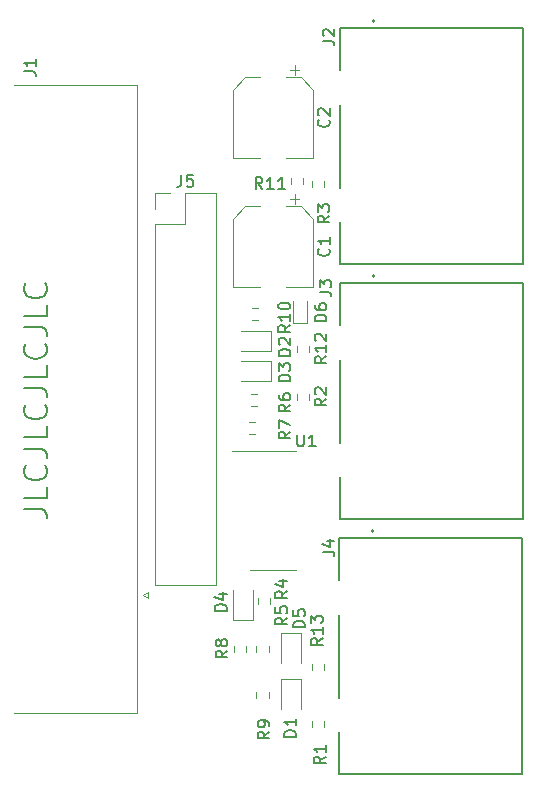
<source format=gbr>
%TF.GenerationSoftware,KiCad,Pcbnew,(5.1.10-1-10_14)*%
%TF.CreationDate,2021-11-16T12:10:24+01:00*%
%TF.ProjectId,Atari Export,41746172-6920-4457-9870-6f72742e6b69,rev?*%
%TF.SameCoordinates,Original*%
%TF.FileFunction,Legend,Top*%
%TF.FilePolarity,Positive*%
%FSLAX46Y46*%
G04 Gerber Fmt 4.6, Leading zero omitted, Abs format (unit mm)*
G04 Created by KiCad (PCBNEW (5.1.10-1-10_14)) date 2021-11-16 12:10:24*
%MOMM*%
%LPD*%
G01*
G04 APERTURE LIST*
%ADD10C,0.200000*%
%ADD11C,0.120000*%
%ADD12C,0.127000*%
%ADD13C,0.150000*%
G04 APERTURE END LIST*
D10*
X90154761Y-85988095D02*
X91583333Y-85988095D01*
X91869047Y-86083333D01*
X92059523Y-86273809D01*
X92154761Y-86559523D01*
X92154761Y-86750000D01*
X92154761Y-84083333D02*
X92154761Y-85035714D01*
X90154761Y-85035714D01*
X91964285Y-82273809D02*
X92059523Y-82369047D01*
X92154761Y-82654761D01*
X92154761Y-82845238D01*
X92059523Y-83130952D01*
X91869047Y-83321428D01*
X91678571Y-83416666D01*
X91297619Y-83511904D01*
X91011904Y-83511904D01*
X90630952Y-83416666D01*
X90440476Y-83321428D01*
X90250000Y-83130952D01*
X90154761Y-82845238D01*
X90154761Y-82654761D01*
X90250000Y-82369047D01*
X90345238Y-82273809D01*
X90154761Y-80845238D02*
X91583333Y-80845238D01*
X91869047Y-80940476D01*
X92059523Y-81130952D01*
X92154761Y-81416666D01*
X92154761Y-81607142D01*
X92154761Y-78940476D02*
X92154761Y-79892857D01*
X90154761Y-79892857D01*
X91964285Y-77130952D02*
X92059523Y-77226190D01*
X92154761Y-77511904D01*
X92154761Y-77702380D01*
X92059523Y-77988095D01*
X91869047Y-78178571D01*
X91678571Y-78273809D01*
X91297619Y-78369047D01*
X91011904Y-78369047D01*
X90630952Y-78273809D01*
X90440476Y-78178571D01*
X90250000Y-77988095D01*
X90154761Y-77702380D01*
X90154761Y-77511904D01*
X90250000Y-77226190D01*
X90345238Y-77130952D01*
X90154761Y-75702380D02*
X91583333Y-75702380D01*
X91869047Y-75797619D01*
X92059523Y-75988095D01*
X92154761Y-76273809D01*
X92154761Y-76464285D01*
X92154761Y-73797619D02*
X92154761Y-74750000D01*
X90154761Y-74750000D01*
X91964285Y-71988095D02*
X92059523Y-72083333D01*
X92154761Y-72369047D01*
X92154761Y-72559523D01*
X92059523Y-72845238D01*
X91869047Y-73035714D01*
X91678571Y-73130952D01*
X91297619Y-73226190D01*
X91011904Y-73226190D01*
X90630952Y-73130952D01*
X90440476Y-73035714D01*
X90250000Y-72845238D01*
X90154761Y-72559523D01*
X90154761Y-72369047D01*
X90250000Y-72083333D01*
X90345238Y-71988095D01*
X90154761Y-70559523D02*
X91583333Y-70559523D01*
X91869047Y-70654761D01*
X92059523Y-70845238D01*
X92154761Y-71130952D01*
X92154761Y-71321428D01*
X92154761Y-68654761D02*
X92154761Y-69607142D01*
X90154761Y-69607142D01*
X91964285Y-66845238D02*
X92059523Y-66940476D01*
X92154761Y-67226190D01*
X92154761Y-67416666D01*
X92059523Y-67702380D01*
X91869047Y-67892857D01*
X91678571Y-67988095D01*
X91297619Y-68083333D01*
X91011904Y-68083333D01*
X90630952Y-67988095D01*
X90440476Y-67892857D01*
X90250000Y-67702380D01*
X90154761Y-67416666D01*
X90154761Y-67226190D01*
X90250000Y-66940476D01*
X90345238Y-66845238D01*
D11*
%TO.C,C2*%
X107842000Y-56242000D02*
X110192000Y-56242000D01*
X114662000Y-56242000D02*
X112312000Y-56242000D01*
X114662000Y-50486437D02*
X114662000Y-56242000D01*
X107842000Y-50486437D02*
X107842000Y-56242000D01*
X108906437Y-49422000D02*
X110192000Y-49422000D01*
X113597563Y-49422000D02*
X112312000Y-49422000D01*
X113597563Y-49422000D02*
X114662000Y-50486437D01*
X108906437Y-49422000D02*
X107842000Y-50486437D01*
X113099500Y-48394500D02*
X113099500Y-49182000D01*
X113493250Y-48788250D02*
X112705750Y-48788250D01*
%TO.C,C1*%
X107842000Y-67164000D02*
X110192000Y-67164000D01*
X114662000Y-67164000D02*
X112312000Y-67164000D01*
X114662000Y-61408437D02*
X114662000Y-67164000D01*
X107842000Y-61408437D02*
X107842000Y-67164000D01*
X108906437Y-60344000D02*
X110192000Y-60344000D01*
X113597563Y-60344000D02*
X112312000Y-60344000D01*
X113597563Y-60344000D02*
X114662000Y-61408437D01*
X108906437Y-60344000D02*
X107842000Y-61408437D01*
X113099500Y-59316500D02*
X113099500Y-60104000D01*
X113493250Y-59710250D02*
X112705750Y-59710250D01*
%TO.C,J1*%
X100221325Y-93250000D02*
X100654338Y-93000000D01*
X100654338Y-93500000D02*
X100221325Y-93250000D01*
X100654338Y-93000000D02*
X100654338Y-93500000D01*
X99760000Y-103240000D02*
X89280000Y-103240000D01*
X99760000Y-50020000D02*
X99760000Y-103240000D01*
X89280000Y-50020000D02*
X99760000Y-50020000D01*
%TO.C,J5*%
X101235200Y-59223600D02*
X102565200Y-59223600D01*
X101235200Y-60553600D02*
X101235200Y-59223600D01*
X103835200Y-59223600D02*
X106435200Y-59223600D01*
X103835200Y-61823600D02*
X103835200Y-59223600D01*
X101235200Y-61823600D02*
X103835200Y-61823600D01*
X106435200Y-59223600D02*
X106435200Y-92363600D01*
X101235200Y-61823600D02*
X101235200Y-92363600D01*
X101235200Y-92363600D02*
X106435200Y-92363600D01*
%TO.C,R9*%
X109840500Y-101472276D02*
X109840500Y-101981724D01*
X110885500Y-101472276D02*
X110885500Y-101981724D01*
%TO.C,R5*%
X110885500Y-98044724D02*
X110885500Y-97535276D01*
X109840500Y-98044724D02*
X109840500Y-97535276D01*
%TO.C,R4*%
X109967500Y-93471276D02*
X109967500Y-93980724D01*
X111012500Y-93471276D02*
X111012500Y-93980724D01*
%TO.C,R6*%
X109855724Y-76185500D02*
X109346276Y-76185500D01*
X109855724Y-77230500D02*
X109346276Y-77230500D01*
D10*
%TO.C,J3*%
X119868000Y-66235000D02*
G75*
G03*
X119868000Y-66235000I-100000J0D01*
G01*
D12*
X132458000Y-66835000D02*
X132458000Y-86835000D01*
X116958000Y-66835000D02*
X132458000Y-66835000D01*
X116958000Y-70385000D02*
X116958000Y-66835000D01*
X116958000Y-80335000D02*
X116958000Y-73335000D01*
X116958000Y-86835000D02*
X116958000Y-83285000D01*
X132458000Y-86835000D02*
X116958000Y-86835000D01*
D10*
%TO.C,J2*%
X119868000Y-44645000D02*
G75*
G03*
X119868000Y-44645000I-100000J0D01*
G01*
D12*
X132458000Y-45245000D02*
X132458000Y-65245000D01*
X116958000Y-45245000D02*
X132458000Y-45245000D01*
X116958000Y-48795000D02*
X116958000Y-45245000D01*
X116958000Y-58745000D02*
X116958000Y-51745000D01*
X116958000Y-65245000D02*
X116958000Y-61695000D01*
X132458000Y-65245000D02*
X116958000Y-65245000D01*
D10*
%TO.C,J4*%
X119767500Y-87825000D02*
G75*
G03*
X119767500Y-87825000I-100000J0D01*
G01*
D12*
X132357500Y-88425000D02*
X132357500Y-108425000D01*
X116857500Y-88425000D02*
X132357500Y-88425000D01*
X116857500Y-91975000D02*
X116857500Y-88425000D01*
X116857500Y-101925000D02*
X116857500Y-94925000D01*
X116857500Y-108425000D02*
X116857500Y-104875000D01*
X132357500Y-108425000D02*
X116857500Y-108425000D01*
D11*
%TO.C,U1*%
X111252000Y-81046000D02*
X107802000Y-81046000D01*
X111252000Y-81046000D02*
X113202000Y-81046000D01*
X111252000Y-91166000D02*
X109302000Y-91166000D01*
X111252000Y-91166000D02*
X113202000Y-91166000D01*
%TO.C,R13*%
X115584500Y-99568724D02*
X115584500Y-99059276D01*
X114539500Y-99568724D02*
X114539500Y-99059276D01*
%TO.C,R12*%
X114314500Y-72644724D02*
X114314500Y-72135276D01*
X113269500Y-72644724D02*
X113269500Y-72135276D01*
%TO.C,R11*%
X115584500Y-58674724D02*
X115584500Y-58165276D01*
X114539500Y-58674724D02*
X114539500Y-58165276D01*
%TO.C,R10*%
X109982724Y-68946500D02*
X109473276Y-68946500D01*
X109982724Y-69991500D02*
X109473276Y-69991500D01*
%TO.C,R8*%
X107935500Y-97535276D02*
X107935500Y-98044724D01*
X108980500Y-97535276D02*
X108980500Y-98044724D01*
%TO.C,R7*%
X109728724Y-78598500D02*
X109219276Y-78598500D01*
X109728724Y-79643500D02*
X109219276Y-79643500D01*
%TO.C,R3*%
X112761500Y-57911276D02*
X112761500Y-58420724D01*
X113806500Y-57911276D02*
X113806500Y-58420724D01*
%TO.C,R2*%
X114314500Y-76708724D02*
X114314500Y-76199276D01*
X113269500Y-76708724D02*
X113269500Y-76199276D01*
%TO.C,R1*%
X115584500Y-104394724D02*
X115584500Y-103885276D01*
X114539500Y-104394724D02*
X114539500Y-103885276D01*
%TO.C,D6*%
X114138000Y-68388000D02*
X114138000Y-70238000D01*
X112938000Y-68388000D02*
X112938000Y-70238000D01*
X112938000Y-70238000D02*
X114138000Y-70238000D01*
%TO.C,D5*%
X113626000Y-96417000D02*
X113626000Y-98967000D01*
X111926000Y-96417000D02*
X111926000Y-98967000D01*
X113626000Y-96417000D02*
X111926000Y-96417000D01*
%TO.C,D4*%
X107862000Y-95353000D02*
X107862000Y-92803000D01*
X109562000Y-95353000D02*
X109562000Y-92803000D01*
X107862000Y-95353000D02*
X109562000Y-95353000D01*
%TO.C,D3*%
X111101000Y-75145000D02*
X108551000Y-75145000D01*
X111101000Y-73445000D02*
X108551000Y-73445000D01*
X111101000Y-75145000D02*
X111101000Y-73445000D01*
%TO.C,D2*%
X111101000Y-72605000D02*
X108551000Y-72605000D01*
X111101000Y-70905000D02*
X108551000Y-70905000D01*
X111101000Y-72605000D02*
X111101000Y-70905000D01*
%TO.C,D1*%
X113626000Y-100354000D02*
X113626000Y-102904000D01*
X111926000Y-100354000D02*
X111926000Y-102904000D01*
X113626000Y-100354000D02*
X111926000Y-100354000D01*
%TO.C,C2*%
D13*
X115959142Y-52998666D02*
X116006761Y-53046285D01*
X116054380Y-53189142D01*
X116054380Y-53284380D01*
X116006761Y-53427238D01*
X115911523Y-53522476D01*
X115816285Y-53570095D01*
X115625809Y-53617714D01*
X115482952Y-53617714D01*
X115292476Y-53570095D01*
X115197238Y-53522476D01*
X115102000Y-53427238D01*
X115054380Y-53284380D01*
X115054380Y-53189142D01*
X115102000Y-53046285D01*
X115149619Y-52998666D01*
X115149619Y-52617714D02*
X115102000Y-52570095D01*
X115054380Y-52474857D01*
X115054380Y-52236761D01*
X115102000Y-52141523D01*
X115149619Y-52093904D01*
X115244857Y-52046285D01*
X115340095Y-52046285D01*
X115482952Y-52093904D01*
X116054380Y-52665333D01*
X116054380Y-52046285D01*
%TO.C,C1*%
X115959142Y-63920666D02*
X116006761Y-63968285D01*
X116054380Y-64111142D01*
X116054380Y-64206380D01*
X116006761Y-64349238D01*
X115911523Y-64444476D01*
X115816285Y-64492095D01*
X115625809Y-64539714D01*
X115482952Y-64539714D01*
X115292476Y-64492095D01*
X115197238Y-64444476D01*
X115102000Y-64349238D01*
X115054380Y-64206380D01*
X115054380Y-64111142D01*
X115102000Y-63968285D01*
X115149619Y-63920666D01*
X116054380Y-62968285D02*
X116054380Y-63539714D01*
X116054380Y-63254000D02*
X115054380Y-63254000D01*
X115197238Y-63349238D01*
X115292476Y-63444476D01*
X115340095Y-63539714D01*
%TO.C,J1*%
X90162880Y-48890033D02*
X90877166Y-48890033D01*
X91020023Y-48937652D01*
X91115261Y-49032890D01*
X91162880Y-49175747D01*
X91162880Y-49270985D01*
X91162880Y-47890033D02*
X91162880Y-48461461D01*
X91162880Y-48175747D02*
X90162880Y-48175747D01*
X90305738Y-48270985D01*
X90400976Y-48366223D01*
X90448595Y-48461461D01*
%TO.C,J5*%
X103501866Y-57675980D02*
X103501866Y-58390266D01*
X103454247Y-58533123D01*
X103359009Y-58628361D01*
X103216152Y-58675980D01*
X103120914Y-58675980D01*
X104454247Y-57675980D02*
X103978057Y-57675980D01*
X103930438Y-58152171D01*
X103978057Y-58104552D01*
X104073295Y-58056933D01*
X104311390Y-58056933D01*
X104406628Y-58104552D01*
X104454247Y-58152171D01*
X104501866Y-58247409D01*
X104501866Y-58485504D01*
X104454247Y-58580742D01*
X104406628Y-58628361D01*
X104311390Y-58675980D01*
X104073295Y-58675980D01*
X103978057Y-58628361D01*
X103930438Y-58580742D01*
%TO.C,R9*%
X110942380Y-104814666D02*
X110466190Y-105148000D01*
X110942380Y-105386095D02*
X109942380Y-105386095D01*
X109942380Y-105005142D01*
X109990000Y-104909904D01*
X110037619Y-104862285D01*
X110132857Y-104814666D01*
X110275714Y-104814666D01*
X110370952Y-104862285D01*
X110418571Y-104909904D01*
X110466190Y-105005142D01*
X110466190Y-105386095D01*
X110942380Y-104338476D02*
X110942380Y-104148000D01*
X110894761Y-104052761D01*
X110847142Y-104005142D01*
X110704285Y-103909904D01*
X110513809Y-103862285D01*
X110132857Y-103862285D01*
X110037619Y-103909904D01*
X109990000Y-103957523D01*
X109942380Y-104052761D01*
X109942380Y-104243238D01*
X109990000Y-104338476D01*
X110037619Y-104386095D01*
X110132857Y-104433714D01*
X110370952Y-104433714D01*
X110466190Y-104386095D01*
X110513809Y-104338476D01*
X110561428Y-104243238D01*
X110561428Y-104052761D01*
X110513809Y-103957523D01*
X110466190Y-103909904D01*
X110370952Y-103862285D01*
%TO.C,R5*%
X112452380Y-95166666D02*
X111976190Y-95500000D01*
X112452380Y-95738095D02*
X111452380Y-95738095D01*
X111452380Y-95357142D01*
X111500000Y-95261904D01*
X111547619Y-95214285D01*
X111642857Y-95166666D01*
X111785714Y-95166666D01*
X111880952Y-95214285D01*
X111928571Y-95261904D01*
X111976190Y-95357142D01*
X111976190Y-95738095D01*
X111452380Y-94261904D02*
X111452380Y-94738095D01*
X111928571Y-94785714D01*
X111880952Y-94738095D01*
X111833333Y-94642857D01*
X111833333Y-94404761D01*
X111880952Y-94309523D01*
X111928571Y-94261904D01*
X112023809Y-94214285D01*
X112261904Y-94214285D01*
X112357142Y-94261904D01*
X112404761Y-94309523D01*
X112452380Y-94404761D01*
X112452380Y-94642857D01*
X112404761Y-94738095D01*
X112357142Y-94785714D01*
%TO.C,R4*%
X112452380Y-92916666D02*
X111976190Y-93250000D01*
X112452380Y-93488095D02*
X111452380Y-93488095D01*
X111452380Y-93107142D01*
X111500000Y-93011904D01*
X111547619Y-92964285D01*
X111642857Y-92916666D01*
X111785714Y-92916666D01*
X111880952Y-92964285D01*
X111928571Y-93011904D01*
X111976190Y-93107142D01*
X111976190Y-93488095D01*
X111785714Y-92059523D02*
X112452380Y-92059523D01*
X111404761Y-92297619D02*
X112119047Y-92535714D01*
X112119047Y-91916666D01*
%TO.C,R6*%
X112720380Y-77128666D02*
X112244190Y-77462000D01*
X112720380Y-77700095D02*
X111720380Y-77700095D01*
X111720380Y-77319142D01*
X111768000Y-77223904D01*
X111815619Y-77176285D01*
X111910857Y-77128666D01*
X112053714Y-77128666D01*
X112148952Y-77176285D01*
X112196571Y-77223904D01*
X112244190Y-77319142D01*
X112244190Y-77700095D01*
X111720380Y-76271523D02*
X111720380Y-76462000D01*
X111768000Y-76557238D01*
X111815619Y-76604857D01*
X111958476Y-76700095D01*
X112148952Y-76747714D01*
X112529904Y-76747714D01*
X112625142Y-76700095D01*
X112672761Y-76652476D01*
X112720380Y-76557238D01*
X112720380Y-76366761D01*
X112672761Y-76271523D01*
X112625142Y-76223904D01*
X112529904Y-76176285D01*
X112291809Y-76176285D01*
X112196571Y-76223904D01*
X112148952Y-76271523D01*
X112101333Y-76366761D01*
X112101333Y-76557238D01*
X112148952Y-76652476D01*
X112196571Y-76700095D01*
X112291809Y-76747714D01*
%TO.C,J3*%
X115202380Y-67583333D02*
X115916666Y-67583333D01*
X116059523Y-67630952D01*
X116154761Y-67726190D01*
X116202380Y-67869047D01*
X116202380Y-67964285D01*
X115202380Y-67202380D02*
X115202380Y-66583333D01*
X115583333Y-66916666D01*
X115583333Y-66773809D01*
X115630952Y-66678571D01*
X115678571Y-66630952D01*
X115773809Y-66583333D01*
X116011904Y-66583333D01*
X116107142Y-66630952D01*
X116154761Y-66678571D01*
X116202380Y-66773809D01*
X116202380Y-67059523D01*
X116154761Y-67154761D01*
X116107142Y-67202380D01*
%TO.C,J2*%
X115452380Y-46333333D02*
X116166666Y-46333333D01*
X116309523Y-46380952D01*
X116404761Y-46476190D01*
X116452380Y-46619047D01*
X116452380Y-46714285D01*
X115547619Y-45904761D02*
X115500000Y-45857142D01*
X115452380Y-45761904D01*
X115452380Y-45523809D01*
X115500000Y-45428571D01*
X115547619Y-45380952D01*
X115642857Y-45333333D01*
X115738095Y-45333333D01*
X115880952Y-45380952D01*
X116452380Y-45952380D01*
X116452380Y-45333333D01*
%TO.C,J4*%
X115452380Y-89583333D02*
X116166666Y-89583333D01*
X116309523Y-89630952D01*
X116404761Y-89726190D01*
X116452380Y-89869047D01*
X116452380Y-89964285D01*
X115785714Y-88678571D02*
X116452380Y-88678571D01*
X115404761Y-88916666D02*
X116119047Y-89154761D01*
X116119047Y-88535714D01*
%TO.C,U1*%
X113284095Y-79658380D02*
X113284095Y-80467904D01*
X113331714Y-80563142D01*
X113379333Y-80610761D01*
X113474571Y-80658380D01*
X113665047Y-80658380D01*
X113760285Y-80610761D01*
X113807904Y-80563142D01*
X113855523Y-80467904D01*
X113855523Y-79658380D01*
X114855523Y-80658380D02*
X114284095Y-80658380D01*
X114569809Y-80658380D02*
X114569809Y-79658380D01*
X114474571Y-79801238D01*
X114379333Y-79896476D01*
X114284095Y-79944095D01*
%TO.C,R13*%
X115452380Y-96892857D02*
X114976190Y-97226190D01*
X115452380Y-97464285D02*
X114452380Y-97464285D01*
X114452380Y-97083333D01*
X114500000Y-96988095D01*
X114547619Y-96940476D01*
X114642857Y-96892857D01*
X114785714Y-96892857D01*
X114880952Y-96940476D01*
X114928571Y-96988095D01*
X114976190Y-97083333D01*
X114976190Y-97464285D01*
X115452380Y-95940476D02*
X115452380Y-96511904D01*
X115452380Y-96226190D02*
X114452380Y-96226190D01*
X114595238Y-96321428D01*
X114690476Y-96416666D01*
X114738095Y-96511904D01*
X114452380Y-95607142D02*
X114452380Y-94988095D01*
X114833333Y-95321428D01*
X114833333Y-95178571D01*
X114880952Y-95083333D01*
X114928571Y-95035714D01*
X115023809Y-94988095D01*
X115261904Y-94988095D01*
X115357142Y-95035714D01*
X115404761Y-95083333D01*
X115452380Y-95178571D01*
X115452380Y-95464285D01*
X115404761Y-95559523D01*
X115357142Y-95607142D01*
%TO.C,R12*%
X115768380Y-73032857D02*
X115292190Y-73366190D01*
X115768380Y-73604285D02*
X114768380Y-73604285D01*
X114768380Y-73223333D01*
X114816000Y-73128095D01*
X114863619Y-73080476D01*
X114958857Y-73032857D01*
X115101714Y-73032857D01*
X115196952Y-73080476D01*
X115244571Y-73128095D01*
X115292190Y-73223333D01*
X115292190Y-73604285D01*
X115768380Y-72080476D02*
X115768380Y-72651904D01*
X115768380Y-72366190D02*
X114768380Y-72366190D01*
X114911238Y-72461428D01*
X115006476Y-72556666D01*
X115054095Y-72651904D01*
X114863619Y-71699523D02*
X114816000Y-71651904D01*
X114768380Y-71556666D01*
X114768380Y-71318571D01*
X114816000Y-71223333D01*
X114863619Y-71175714D01*
X114958857Y-71128095D01*
X115054095Y-71128095D01*
X115196952Y-71175714D01*
X115768380Y-71747142D01*
X115768380Y-71128095D01*
%TO.C,R11*%
X110355142Y-58872380D02*
X110021809Y-58396190D01*
X109783714Y-58872380D02*
X109783714Y-57872380D01*
X110164666Y-57872380D01*
X110259904Y-57920000D01*
X110307523Y-57967619D01*
X110355142Y-58062857D01*
X110355142Y-58205714D01*
X110307523Y-58300952D01*
X110259904Y-58348571D01*
X110164666Y-58396190D01*
X109783714Y-58396190D01*
X111307523Y-58872380D02*
X110736095Y-58872380D01*
X111021809Y-58872380D02*
X111021809Y-57872380D01*
X110926571Y-58015238D01*
X110831333Y-58110476D01*
X110736095Y-58158095D01*
X112259904Y-58872380D02*
X111688476Y-58872380D01*
X111974190Y-58872380D02*
X111974190Y-57872380D01*
X111878952Y-58015238D01*
X111783714Y-58110476D01*
X111688476Y-58158095D01*
%TO.C,R10*%
X112702380Y-70392857D02*
X112226190Y-70726190D01*
X112702380Y-70964285D02*
X111702380Y-70964285D01*
X111702380Y-70583333D01*
X111750000Y-70488095D01*
X111797619Y-70440476D01*
X111892857Y-70392857D01*
X112035714Y-70392857D01*
X112130952Y-70440476D01*
X112178571Y-70488095D01*
X112226190Y-70583333D01*
X112226190Y-70964285D01*
X112702380Y-69440476D02*
X112702380Y-70011904D01*
X112702380Y-69726190D02*
X111702380Y-69726190D01*
X111845238Y-69821428D01*
X111940476Y-69916666D01*
X111988095Y-70011904D01*
X111702380Y-68821428D02*
X111702380Y-68726190D01*
X111750000Y-68630952D01*
X111797619Y-68583333D01*
X111892857Y-68535714D01*
X112083333Y-68488095D01*
X112321428Y-68488095D01*
X112511904Y-68535714D01*
X112607142Y-68583333D01*
X112654761Y-68630952D01*
X112702380Y-68726190D01*
X112702380Y-68821428D01*
X112654761Y-68916666D01*
X112607142Y-68964285D01*
X112511904Y-69011904D01*
X112321428Y-69059523D01*
X112083333Y-69059523D01*
X111892857Y-69011904D01*
X111797619Y-68964285D01*
X111750000Y-68916666D01*
X111702380Y-68821428D01*
%TO.C,R8*%
X107386380Y-97956666D02*
X106910190Y-98290000D01*
X107386380Y-98528095D02*
X106386380Y-98528095D01*
X106386380Y-98147142D01*
X106434000Y-98051904D01*
X106481619Y-98004285D01*
X106576857Y-97956666D01*
X106719714Y-97956666D01*
X106814952Y-98004285D01*
X106862571Y-98051904D01*
X106910190Y-98147142D01*
X106910190Y-98528095D01*
X106814952Y-97385238D02*
X106767333Y-97480476D01*
X106719714Y-97528095D01*
X106624476Y-97575714D01*
X106576857Y-97575714D01*
X106481619Y-97528095D01*
X106434000Y-97480476D01*
X106386380Y-97385238D01*
X106386380Y-97194761D01*
X106434000Y-97099523D01*
X106481619Y-97051904D01*
X106576857Y-97004285D01*
X106624476Y-97004285D01*
X106719714Y-97051904D01*
X106767333Y-97099523D01*
X106814952Y-97194761D01*
X106814952Y-97385238D01*
X106862571Y-97480476D01*
X106910190Y-97528095D01*
X107005428Y-97575714D01*
X107195904Y-97575714D01*
X107291142Y-97528095D01*
X107338761Y-97480476D01*
X107386380Y-97385238D01*
X107386380Y-97194761D01*
X107338761Y-97099523D01*
X107291142Y-97051904D01*
X107195904Y-97004285D01*
X107005428Y-97004285D01*
X106910190Y-97051904D01*
X106862571Y-97099523D01*
X106814952Y-97194761D01*
%TO.C,R7*%
X112720380Y-79414666D02*
X112244190Y-79748000D01*
X112720380Y-79986095D02*
X111720380Y-79986095D01*
X111720380Y-79605142D01*
X111768000Y-79509904D01*
X111815619Y-79462285D01*
X111910857Y-79414666D01*
X112053714Y-79414666D01*
X112148952Y-79462285D01*
X112196571Y-79509904D01*
X112244190Y-79605142D01*
X112244190Y-79986095D01*
X111720380Y-79081333D02*
X111720380Y-78414666D01*
X112720380Y-78843238D01*
%TO.C,R3*%
X116022380Y-61126666D02*
X115546190Y-61460000D01*
X116022380Y-61698095D02*
X115022380Y-61698095D01*
X115022380Y-61317142D01*
X115070000Y-61221904D01*
X115117619Y-61174285D01*
X115212857Y-61126666D01*
X115355714Y-61126666D01*
X115450952Y-61174285D01*
X115498571Y-61221904D01*
X115546190Y-61317142D01*
X115546190Y-61698095D01*
X115022380Y-60793333D02*
X115022380Y-60174285D01*
X115403333Y-60507619D01*
X115403333Y-60364761D01*
X115450952Y-60269523D01*
X115498571Y-60221904D01*
X115593809Y-60174285D01*
X115831904Y-60174285D01*
X115927142Y-60221904D01*
X115974761Y-60269523D01*
X116022380Y-60364761D01*
X116022380Y-60650476D01*
X115974761Y-60745714D01*
X115927142Y-60793333D01*
%TO.C,R2*%
X115768380Y-76620666D02*
X115292190Y-76954000D01*
X115768380Y-77192095D02*
X114768380Y-77192095D01*
X114768380Y-76811142D01*
X114816000Y-76715904D01*
X114863619Y-76668285D01*
X114958857Y-76620666D01*
X115101714Y-76620666D01*
X115196952Y-76668285D01*
X115244571Y-76715904D01*
X115292190Y-76811142D01*
X115292190Y-77192095D01*
X114863619Y-76239714D02*
X114816000Y-76192095D01*
X114768380Y-76096857D01*
X114768380Y-75858761D01*
X114816000Y-75763523D01*
X114863619Y-75715904D01*
X114958857Y-75668285D01*
X115054095Y-75668285D01*
X115196952Y-75715904D01*
X115768380Y-76287333D01*
X115768380Y-75668285D01*
%TO.C,R1*%
X115702380Y-106916666D02*
X115226190Y-107250000D01*
X115702380Y-107488095D02*
X114702380Y-107488095D01*
X114702380Y-107107142D01*
X114750000Y-107011904D01*
X114797619Y-106964285D01*
X114892857Y-106916666D01*
X115035714Y-106916666D01*
X115130952Y-106964285D01*
X115178571Y-107011904D01*
X115226190Y-107107142D01*
X115226190Y-107488095D01*
X115702380Y-105964285D02*
X115702380Y-106535714D01*
X115702380Y-106250000D02*
X114702380Y-106250000D01*
X114845238Y-106345238D01*
X114940476Y-106440476D01*
X114988095Y-106535714D01*
%TO.C,D6*%
X115768380Y-70080095D02*
X114768380Y-70080095D01*
X114768380Y-69842000D01*
X114816000Y-69699142D01*
X114911238Y-69603904D01*
X115006476Y-69556285D01*
X115196952Y-69508666D01*
X115339809Y-69508666D01*
X115530285Y-69556285D01*
X115625523Y-69603904D01*
X115720761Y-69699142D01*
X115768380Y-69842000D01*
X115768380Y-70080095D01*
X114768380Y-68651523D02*
X114768380Y-68842000D01*
X114816000Y-68937238D01*
X114863619Y-68984857D01*
X115006476Y-69080095D01*
X115196952Y-69127714D01*
X115577904Y-69127714D01*
X115673142Y-69080095D01*
X115720761Y-69032476D01*
X115768380Y-68937238D01*
X115768380Y-68746761D01*
X115720761Y-68651523D01*
X115673142Y-68603904D01*
X115577904Y-68556285D01*
X115339809Y-68556285D01*
X115244571Y-68603904D01*
X115196952Y-68651523D01*
X115149333Y-68746761D01*
X115149333Y-68937238D01*
X115196952Y-69032476D01*
X115244571Y-69080095D01*
X115339809Y-69127714D01*
%TO.C,D5*%
X113952380Y-95988095D02*
X112952380Y-95988095D01*
X112952380Y-95750000D01*
X113000000Y-95607142D01*
X113095238Y-95511904D01*
X113190476Y-95464285D01*
X113380952Y-95416666D01*
X113523809Y-95416666D01*
X113714285Y-95464285D01*
X113809523Y-95511904D01*
X113904761Y-95607142D01*
X113952380Y-95750000D01*
X113952380Y-95988095D01*
X112952380Y-94511904D02*
X112952380Y-94988095D01*
X113428571Y-95035714D01*
X113380952Y-94988095D01*
X113333333Y-94892857D01*
X113333333Y-94654761D01*
X113380952Y-94559523D01*
X113428571Y-94511904D01*
X113523809Y-94464285D01*
X113761904Y-94464285D01*
X113857142Y-94511904D01*
X113904761Y-94559523D01*
X113952380Y-94654761D01*
X113952380Y-94892857D01*
X113904761Y-94988095D01*
X113857142Y-95035714D01*
%TO.C,D4*%
X107314380Y-94591095D02*
X106314380Y-94591095D01*
X106314380Y-94353000D01*
X106362000Y-94210142D01*
X106457238Y-94114904D01*
X106552476Y-94067285D01*
X106742952Y-94019666D01*
X106885809Y-94019666D01*
X107076285Y-94067285D01*
X107171523Y-94114904D01*
X107266761Y-94210142D01*
X107314380Y-94353000D01*
X107314380Y-94591095D01*
X106647714Y-93162523D02*
X107314380Y-93162523D01*
X106266761Y-93400619D02*
X106981047Y-93638714D01*
X106981047Y-93019666D01*
%TO.C,D3*%
X112720380Y-75160095D02*
X111720380Y-75160095D01*
X111720380Y-74922000D01*
X111768000Y-74779142D01*
X111863238Y-74683904D01*
X111958476Y-74636285D01*
X112148952Y-74588666D01*
X112291809Y-74588666D01*
X112482285Y-74636285D01*
X112577523Y-74683904D01*
X112672761Y-74779142D01*
X112720380Y-74922000D01*
X112720380Y-75160095D01*
X111720380Y-74255333D02*
X111720380Y-73636285D01*
X112101333Y-73969619D01*
X112101333Y-73826761D01*
X112148952Y-73731523D01*
X112196571Y-73683904D01*
X112291809Y-73636285D01*
X112529904Y-73636285D01*
X112625142Y-73683904D01*
X112672761Y-73731523D01*
X112720380Y-73826761D01*
X112720380Y-74112476D01*
X112672761Y-74207714D01*
X112625142Y-74255333D01*
%TO.C,D2*%
X112720380Y-72988095D02*
X111720380Y-72988095D01*
X111720380Y-72750000D01*
X111768000Y-72607142D01*
X111863238Y-72511904D01*
X111958476Y-72464285D01*
X112148952Y-72416666D01*
X112291809Y-72416666D01*
X112482285Y-72464285D01*
X112577523Y-72511904D01*
X112672761Y-72607142D01*
X112720380Y-72750000D01*
X112720380Y-72988095D01*
X111815619Y-72035714D02*
X111768000Y-71988095D01*
X111720380Y-71892857D01*
X111720380Y-71654761D01*
X111768000Y-71559523D01*
X111815619Y-71511904D01*
X111910857Y-71464285D01*
X112006095Y-71464285D01*
X112148952Y-71511904D01*
X112720380Y-72083333D01*
X112720380Y-71464285D01*
%TO.C,D1*%
X113202380Y-105238095D02*
X112202380Y-105238095D01*
X112202380Y-105000000D01*
X112250000Y-104857142D01*
X112345238Y-104761904D01*
X112440476Y-104714285D01*
X112630952Y-104666666D01*
X112773809Y-104666666D01*
X112964285Y-104714285D01*
X113059523Y-104761904D01*
X113154761Y-104857142D01*
X113202380Y-105000000D01*
X113202380Y-105238095D01*
X113202380Y-103714285D02*
X113202380Y-104285714D01*
X113202380Y-104000000D02*
X112202380Y-104000000D01*
X112345238Y-104095238D01*
X112440476Y-104190476D01*
X112488095Y-104285714D01*
%TD*%
M02*

</source>
